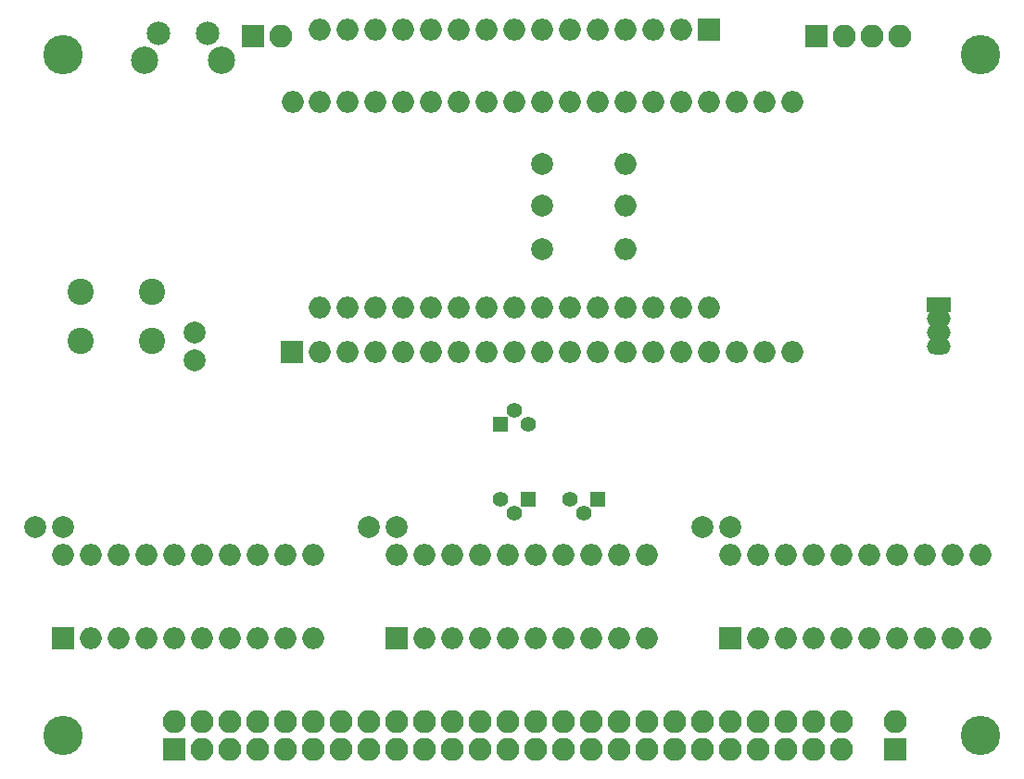
<source format=gbr>
G04 #@! TF.FileFunction,Soldermask,Top*
%FSLAX46Y46*%
G04 Gerber Fmt 4.6, Leading zero omitted, Abs format (unit mm)*
G04 Created by KiCad (PCBNEW 4.0.7) date 06/16/19 18:27:59*
%MOMM*%
%LPD*%
G01*
G04 APERTURE LIST*
%ADD10C,0.100000*%
%ADD11C,2.000000*%
%ADD12R,2.200000X1.470000*%
%ADD13O,2.200000X1.470000*%
%ADD14C,1.400000*%
%ADD15R,1.400000X1.400000*%
%ADD16O,2.000000X2.000000*%
%ADD17C,2.400000*%
%ADD18R,2.000000X2.000000*%
%ADD19R,2.100000X2.100000*%
%ADD20O,2.100000X2.100000*%
%ADD21C,3.600000*%
%ADD22C,2.500000*%
%ADD23C,2.150000*%
G04 APERTURE END LIST*
D10*
D11*
X130810000Y-116840000D03*
X128310000Y-116840000D03*
X161290000Y-116840000D03*
X158790000Y-116840000D03*
X191770000Y-116840000D03*
X189270000Y-116840000D03*
X142875000Y-101600000D03*
X142875000Y-99100000D03*
D12*
X210820000Y-96520000D03*
D13*
X210820000Y-97790000D03*
X210820000Y-99060000D03*
X210820000Y-100330000D03*
D14*
X172085000Y-106172000D03*
X173355000Y-107442000D03*
D15*
X170815000Y-107442000D03*
D14*
X172085000Y-115570000D03*
X170815000Y-114300000D03*
D15*
X173355000Y-114300000D03*
D14*
X178435000Y-115570000D03*
X177165000Y-114300000D03*
D15*
X179705000Y-114300000D03*
D11*
X174625000Y-83693000D03*
D16*
X182245000Y-83693000D03*
D11*
X174625000Y-87503000D03*
D16*
X182245000Y-87503000D03*
D11*
X174625000Y-91440000D03*
D16*
X182245000Y-91440000D03*
D17*
X132461000Y-99877000D03*
X132461000Y-95377000D03*
X138961000Y-99877000D03*
X138961000Y-95377000D03*
D18*
X191770000Y-127000000D03*
D16*
X214630000Y-119380000D03*
X194310000Y-127000000D03*
X212090000Y-119380000D03*
X196850000Y-127000000D03*
X209550000Y-119380000D03*
X199390000Y-127000000D03*
X207010000Y-119380000D03*
X201930000Y-127000000D03*
X204470000Y-119380000D03*
X204470000Y-127000000D03*
X201930000Y-119380000D03*
X207010000Y-127000000D03*
X199390000Y-119380000D03*
X209550000Y-127000000D03*
X196850000Y-119380000D03*
X212090000Y-127000000D03*
X194310000Y-119380000D03*
X214630000Y-127000000D03*
X191770000Y-119380000D03*
D18*
X161290000Y-127000000D03*
D16*
X184150000Y-119380000D03*
X163830000Y-127000000D03*
X181610000Y-119380000D03*
X166370000Y-127000000D03*
X179070000Y-119380000D03*
X168910000Y-127000000D03*
X176530000Y-119380000D03*
X171450000Y-127000000D03*
X173990000Y-119380000D03*
X173990000Y-127000000D03*
X171450000Y-119380000D03*
X176530000Y-127000000D03*
X168910000Y-119380000D03*
X179070000Y-127000000D03*
X166370000Y-119380000D03*
X181610000Y-127000000D03*
X163830000Y-119380000D03*
X184150000Y-127000000D03*
X161290000Y-119380000D03*
D18*
X130810000Y-127000000D03*
D16*
X153670000Y-119380000D03*
X133350000Y-127000000D03*
X151130000Y-119380000D03*
X135890000Y-127000000D03*
X148590000Y-119380000D03*
X138430000Y-127000000D03*
X146050000Y-119380000D03*
X140970000Y-127000000D03*
X143510000Y-119380000D03*
X143510000Y-127000000D03*
X140970000Y-119380000D03*
X146050000Y-127000000D03*
X138430000Y-119380000D03*
X148590000Y-127000000D03*
X135890000Y-119380000D03*
X151130000Y-127000000D03*
X133350000Y-119380000D03*
X153670000Y-127000000D03*
X130810000Y-119380000D03*
D19*
X140970000Y-137160000D03*
D20*
X140970000Y-134620000D03*
X143510000Y-137160000D03*
X143510000Y-134620000D03*
X146050000Y-137160000D03*
X146050000Y-134620000D03*
X148590000Y-137160000D03*
X148590000Y-134620000D03*
X151130000Y-137160000D03*
X151130000Y-134620000D03*
X153670000Y-137160000D03*
X153670000Y-134620000D03*
X156210000Y-137160000D03*
X156210000Y-134620000D03*
X158750000Y-137160000D03*
X158750000Y-134620000D03*
X161290000Y-137160000D03*
X161290000Y-134620000D03*
X163830000Y-137160000D03*
X163830000Y-134620000D03*
X166370000Y-137160000D03*
X166370000Y-134620000D03*
X168910000Y-137160000D03*
X168910000Y-134620000D03*
X171450000Y-137160000D03*
X171450000Y-134620000D03*
X173990000Y-137160000D03*
X173990000Y-134620000D03*
X176530000Y-137160000D03*
X176530000Y-134620000D03*
X179070000Y-137160000D03*
X179070000Y-134620000D03*
X181610000Y-137160000D03*
X181610000Y-134620000D03*
X184150000Y-137160000D03*
X184150000Y-134620000D03*
X186690000Y-137160000D03*
X186690000Y-134620000D03*
X189230000Y-137160000D03*
X189230000Y-134620000D03*
X191770000Y-137160000D03*
X191770000Y-134620000D03*
X194310000Y-137160000D03*
X194310000Y-134620000D03*
X196850000Y-137160000D03*
X196850000Y-134620000D03*
X199390000Y-137160000D03*
X199390000Y-134620000D03*
X201930000Y-137160000D03*
X201930000Y-134620000D03*
D18*
X189865000Y-71374000D03*
D16*
X187325000Y-71374000D03*
X184785000Y-71374000D03*
X182245000Y-71374000D03*
X179705000Y-71374000D03*
X177165000Y-71374000D03*
X154305000Y-96774000D03*
X174625000Y-71374000D03*
X156845000Y-96774000D03*
X172085000Y-71374000D03*
X159385000Y-96774000D03*
X169545000Y-71374000D03*
X161925000Y-96774000D03*
X167005000Y-71374000D03*
X164465000Y-96774000D03*
X164465000Y-71374000D03*
X167005000Y-96774000D03*
X161925000Y-71374000D03*
X169545000Y-96774000D03*
X159385000Y-71374000D03*
X172085000Y-96774000D03*
X156845000Y-71374000D03*
X174625000Y-96774000D03*
X154305000Y-71374000D03*
X177165000Y-96774000D03*
X179705000Y-96774000D03*
X182245000Y-96774000D03*
X184785000Y-96774000D03*
X187325000Y-96774000D03*
X189865000Y-96774000D03*
D18*
X151765000Y-100838000D03*
D16*
X154305000Y-100838000D03*
X197485000Y-77978000D03*
X156845000Y-100838000D03*
X194945000Y-77978000D03*
X159385000Y-100838000D03*
X192405000Y-77978000D03*
X161925000Y-100838000D03*
X189865000Y-77978000D03*
X164465000Y-100838000D03*
X187325000Y-77978000D03*
X167005000Y-100838000D03*
X184785000Y-77978000D03*
X169545000Y-100838000D03*
X182245000Y-77978000D03*
X172085000Y-100838000D03*
X179705000Y-77978000D03*
X174625000Y-100838000D03*
X177165000Y-77978000D03*
X177165000Y-100838000D03*
X174625000Y-77978000D03*
X179705000Y-100838000D03*
X172085000Y-77978000D03*
X182245000Y-100838000D03*
X169545000Y-77978000D03*
X184785000Y-100838000D03*
X167005000Y-77978000D03*
X187325000Y-100838000D03*
X164465000Y-77978000D03*
X189865000Y-100838000D03*
X161925000Y-77978000D03*
X192405000Y-100838000D03*
X159385000Y-77978000D03*
X194945000Y-100838000D03*
X156845000Y-77978000D03*
X197485000Y-100838000D03*
X154305000Y-77978000D03*
X151828500Y-77978000D03*
D19*
X206883000Y-137160000D03*
D20*
X206883000Y-134620000D03*
D19*
X148209000Y-72009000D03*
D20*
X150749000Y-72009000D03*
D19*
X199644000Y-72009000D03*
D20*
X202184000Y-72009000D03*
X204724000Y-72009000D03*
X207264000Y-72009000D03*
D21*
X214630000Y-73660000D03*
X214630000Y-135890000D03*
X130810000Y-135890000D03*
X130810000Y-73660000D03*
D22*
X145333000Y-74245000D03*
D23*
X144073000Y-71755000D03*
X139573000Y-71755000D03*
D22*
X138323000Y-74245000D03*
M02*

</source>
